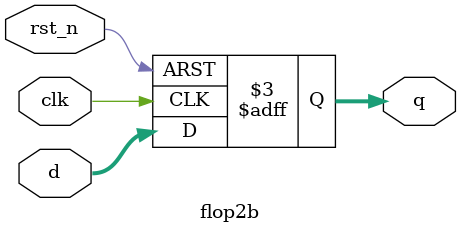
<source format=v>
module flop2b(q, d, clk, rst_n);
  input [1:0] d;
  input clk, rst_n;
  output reg [1:0] q;

  always @(posedge clk, negedge rst_n) begin
    if(~rst_n) begin
      q <= 2'b0;
    end
    else begin
      q <= d;
    end
  end
endmodule

</source>
